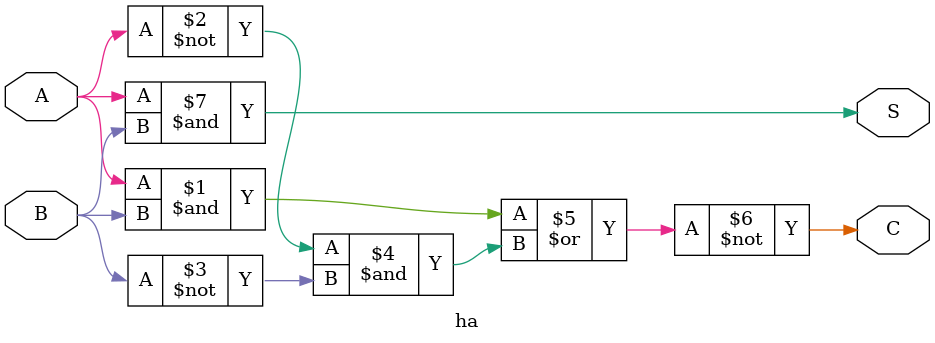
<source format=v>
module ha( input A,input B,output S,output C);
	assign C=~((A & B)|(~A & ~B)) ;
	assign S=A & B;
endmodule
</source>
